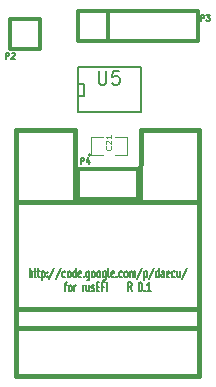
<source format=gto>
G04 (created by PCBNEW (2013-07-07 BZR 4022)-stable) date 28/05/2014 08:13:03*
%MOIN*%
G04 Gerber Fmt 3.4, Leading zero omitted, Abs format*
%FSLAX34Y34*%
G01*
G70*
G90*
G04 APERTURE LIST*
%ADD10C,0.00590551*%
%ADD11C,0.005*%
%ADD12C,0.012*%
%ADD13C,0.015*%
%ADD14C,0.0125*%
%ADD15C,0.0039*%
%ADD16C,0.006*%
%ADD17C,0.0043*%
G04 APERTURE END LIST*
G54D10*
G54D11*
X38640Y-32121D02*
X38640Y-31821D01*
X38726Y-32121D02*
X38726Y-31964D01*
X38716Y-31935D01*
X38697Y-31921D01*
X38669Y-31921D01*
X38650Y-31935D01*
X38640Y-31950D01*
X38792Y-31921D02*
X38869Y-31921D01*
X38821Y-31821D02*
X38821Y-32078D01*
X38830Y-32107D01*
X38850Y-32121D01*
X38869Y-32121D01*
X38907Y-31921D02*
X38983Y-31921D01*
X38935Y-31821D02*
X38935Y-32078D01*
X38945Y-32107D01*
X38964Y-32121D01*
X38983Y-32121D01*
X39050Y-31921D02*
X39050Y-32221D01*
X39050Y-31935D02*
X39069Y-31921D01*
X39107Y-31921D01*
X39126Y-31935D01*
X39135Y-31950D01*
X39145Y-31978D01*
X39145Y-32064D01*
X39135Y-32092D01*
X39126Y-32107D01*
X39107Y-32121D01*
X39069Y-32121D01*
X39050Y-32107D01*
X39230Y-32092D02*
X39240Y-32107D01*
X39230Y-32121D01*
X39221Y-32107D01*
X39230Y-32092D01*
X39230Y-32121D01*
X39230Y-31935D02*
X39240Y-31950D01*
X39230Y-31964D01*
X39221Y-31950D01*
X39230Y-31935D01*
X39230Y-31964D01*
X39469Y-31807D02*
X39297Y-32192D01*
X39678Y-31807D02*
X39507Y-32192D01*
X39830Y-32107D02*
X39811Y-32121D01*
X39773Y-32121D01*
X39754Y-32107D01*
X39745Y-32092D01*
X39735Y-32064D01*
X39735Y-31978D01*
X39745Y-31950D01*
X39754Y-31935D01*
X39773Y-31921D01*
X39811Y-31921D01*
X39830Y-31935D01*
X39945Y-32121D02*
X39926Y-32107D01*
X39916Y-32092D01*
X39907Y-32064D01*
X39907Y-31978D01*
X39916Y-31950D01*
X39926Y-31935D01*
X39945Y-31921D01*
X39973Y-31921D01*
X39992Y-31935D01*
X40002Y-31950D01*
X40011Y-31978D01*
X40011Y-32064D01*
X40002Y-32092D01*
X39992Y-32107D01*
X39973Y-32121D01*
X39945Y-32121D01*
X40183Y-32121D02*
X40183Y-31821D01*
X40183Y-32107D02*
X40164Y-32121D01*
X40126Y-32121D01*
X40107Y-32107D01*
X40097Y-32092D01*
X40088Y-32064D01*
X40088Y-31978D01*
X40097Y-31950D01*
X40107Y-31935D01*
X40126Y-31921D01*
X40164Y-31921D01*
X40183Y-31935D01*
X40354Y-32107D02*
X40335Y-32121D01*
X40297Y-32121D01*
X40278Y-32107D01*
X40269Y-32078D01*
X40269Y-31964D01*
X40278Y-31935D01*
X40297Y-31921D01*
X40335Y-31921D01*
X40354Y-31935D01*
X40364Y-31964D01*
X40364Y-31992D01*
X40269Y-32021D01*
X40450Y-32092D02*
X40459Y-32107D01*
X40450Y-32121D01*
X40440Y-32107D01*
X40450Y-32092D01*
X40450Y-32121D01*
X40630Y-31921D02*
X40630Y-32164D01*
X40621Y-32192D01*
X40611Y-32207D01*
X40592Y-32221D01*
X40564Y-32221D01*
X40545Y-32207D01*
X40630Y-32107D02*
X40611Y-32121D01*
X40573Y-32121D01*
X40554Y-32107D01*
X40545Y-32092D01*
X40535Y-32064D01*
X40535Y-31978D01*
X40545Y-31950D01*
X40554Y-31935D01*
X40573Y-31921D01*
X40611Y-31921D01*
X40630Y-31935D01*
X40754Y-32121D02*
X40735Y-32107D01*
X40726Y-32092D01*
X40716Y-32064D01*
X40716Y-31978D01*
X40726Y-31950D01*
X40735Y-31935D01*
X40754Y-31921D01*
X40783Y-31921D01*
X40802Y-31935D01*
X40811Y-31950D01*
X40821Y-31978D01*
X40821Y-32064D01*
X40811Y-32092D01*
X40802Y-32107D01*
X40783Y-32121D01*
X40754Y-32121D01*
X40935Y-32121D02*
X40916Y-32107D01*
X40907Y-32092D01*
X40897Y-32064D01*
X40897Y-31978D01*
X40907Y-31950D01*
X40916Y-31935D01*
X40935Y-31921D01*
X40964Y-31921D01*
X40983Y-31935D01*
X40992Y-31950D01*
X41002Y-31978D01*
X41002Y-32064D01*
X40992Y-32092D01*
X40983Y-32107D01*
X40964Y-32121D01*
X40935Y-32121D01*
X41173Y-31921D02*
X41173Y-32164D01*
X41164Y-32192D01*
X41154Y-32207D01*
X41135Y-32221D01*
X41107Y-32221D01*
X41088Y-32207D01*
X41173Y-32107D02*
X41154Y-32121D01*
X41116Y-32121D01*
X41097Y-32107D01*
X41088Y-32092D01*
X41078Y-32064D01*
X41078Y-31978D01*
X41088Y-31950D01*
X41097Y-31935D01*
X41116Y-31921D01*
X41154Y-31921D01*
X41173Y-31935D01*
X41297Y-32121D02*
X41278Y-32107D01*
X41269Y-32078D01*
X41269Y-31821D01*
X41450Y-32107D02*
X41430Y-32121D01*
X41392Y-32121D01*
X41373Y-32107D01*
X41364Y-32078D01*
X41364Y-31964D01*
X41373Y-31935D01*
X41392Y-31921D01*
X41430Y-31921D01*
X41450Y-31935D01*
X41459Y-31964D01*
X41459Y-31992D01*
X41364Y-32021D01*
X41545Y-32092D02*
X41554Y-32107D01*
X41545Y-32121D01*
X41535Y-32107D01*
X41545Y-32092D01*
X41545Y-32121D01*
X41726Y-32107D02*
X41707Y-32121D01*
X41669Y-32121D01*
X41650Y-32107D01*
X41640Y-32092D01*
X41630Y-32064D01*
X41630Y-31978D01*
X41640Y-31950D01*
X41650Y-31935D01*
X41669Y-31921D01*
X41707Y-31921D01*
X41726Y-31935D01*
X41840Y-32121D02*
X41821Y-32107D01*
X41811Y-32092D01*
X41802Y-32064D01*
X41802Y-31978D01*
X41811Y-31950D01*
X41821Y-31935D01*
X41840Y-31921D01*
X41869Y-31921D01*
X41888Y-31935D01*
X41897Y-31950D01*
X41907Y-31978D01*
X41907Y-32064D01*
X41897Y-32092D01*
X41888Y-32107D01*
X41869Y-32121D01*
X41840Y-32121D01*
X41992Y-32121D02*
X41992Y-31921D01*
X41992Y-31950D02*
X42002Y-31935D01*
X42021Y-31921D01*
X42050Y-31921D01*
X42069Y-31935D01*
X42078Y-31964D01*
X42078Y-32121D01*
X42078Y-31964D02*
X42088Y-31935D01*
X42107Y-31921D01*
X42135Y-31921D01*
X42154Y-31935D01*
X42164Y-31964D01*
X42164Y-32121D01*
X42402Y-31807D02*
X42230Y-32192D01*
X42469Y-31921D02*
X42469Y-32221D01*
X42469Y-31935D02*
X42488Y-31921D01*
X42526Y-31921D01*
X42545Y-31935D01*
X42554Y-31950D01*
X42564Y-31978D01*
X42564Y-32064D01*
X42554Y-32092D01*
X42545Y-32107D01*
X42526Y-32121D01*
X42488Y-32121D01*
X42469Y-32107D01*
X42792Y-31807D02*
X42621Y-32192D01*
X42945Y-32121D02*
X42945Y-31821D01*
X42945Y-32107D02*
X42926Y-32121D01*
X42888Y-32121D01*
X42869Y-32107D01*
X42859Y-32092D01*
X42850Y-32064D01*
X42850Y-31978D01*
X42859Y-31950D01*
X42869Y-31935D01*
X42888Y-31921D01*
X42926Y-31921D01*
X42945Y-31935D01*
X43126Y-32121D02*
X43126Y-31964D01*
X43116Y-31935D01*
X43097Y-31921D01*
X43059Y-31921D01*
X43040Y-31935D01*
X43126Y-32107D02*
X43107Y-32121D01*
X43059Y-32121D01*
X43040Y-32107D01*
X43030Y-32078D01*
X43030Y-32050D01*
X43040Y-32021D01*
X43059Y-32007D01*
X43107Y-32007D01*
X43126Y-31992D01*
X43297Y-32107D02*
X43278Y-32121D01*
X43240Y-32121D01*
X43221Y-32107D01*
X43211Y-32078D01*
X43211Y-31964D01*
X43221Y-31935D01*
X43240Y-31921D01*
X43278Y-31921D01*
X43297Y-31935D01*
X43307Y-31964D01*
X43307Y-31992D01*
X43211Y-32021D01*
X43478Y-32107D02*
X43459Y-32121D01*
X43421Y-32121D01*
X43402Y-32107D01*
X43392Y-32092D01*
X43383Y-32064D01*
X43383Y-31978D01*
X43392Y-31950D01*
X43402Y-31935D01*
X43421Y-31921D01*
X43459Y-31921D01*
X43478Y-31935D01*
X43650Y-31921D02*
X43650Y-32121D01*
X43564Y-31921D02*
X43564Y-32078D01*
X43573Y-32107D01*
X43592Y-32121D01*
X43621Y-32121D01*
X43640Y-32107D01*
X43650Y-32092D01*
X43888Y-31807D02*
X43716Y-32192D01*
X39807Y-32391D02*
X39883Y-32391D01*
X39835Y-32591D02*
X39835Y-32334D01*
X39845Y-32305D01*
X39864Y-32291D01*
X39883Y-32291D01*
X39978Y-32591D02*
X39959Y-32577D01*
X39949Y-32562D01*
X39940Y-32534D01*
X39940Y-32448D01*
X39949Y-32420D01*
X39959Y-32405D01*
X39978Y-32391D01*
X40007Y-32391D01*
X40026Y-32405D01*
X40035Y-32420D01*
X40045Y-32448D01*
X40045Y-32534D01*
X40035Y-32562D01*
X40026Y-32577D01*
X40007Y-32591D01*
X39978Y-32591D01*
X40130Y-32591D02*
X40130Y-32391D01*
X40130Y-32448D02*
X40140Y-32420D01*
X40149Y-32405D01*
X40169Y-32391D01*
X40188Y-32391D01*
X40407Y-32591D02*
X40407Y-32391D01*
X40407Y-32448D02*
X40416Y-32420D01*
X40426Y-32405D01*
X40445Y-32391D01*
X40464Y-32391D01*
X40616Y-32391D02*
X40616Y-32591D01*
X40530Y-32391D02*
X40530Y-32548D01*
X40540Y-32577D01*
X40559Y-32591D01*
X40588Y-32591D01*
X40607Y-32577D01*
X40616Y-32562D01*
X40702Y-32577D02*
X40721Y-32591D01*
X40759Y-32591D01*
X40778Y-32577D01*
X40788Y-32548D01*
X40788Y-32534D01*
X40778Y-32505D01*
X40759Y-32491D01*
X40730Y-32491D01*
X40711Y-32477D01*
X40702Y-32448D01*
X40702Y-32434D01*
X40711Y-32405D01*
X40730Y-32391D01*
X40759Y-32391D01*
X40778Y-32405D01*
X40873Y-32434D02*
X40940Y-32434D01*
X40969Y-32591D02*
X40873Y-32591D01*
X40873Y-32291D01*
X40969Y-32291D01*
X41121Y-32434D02*
X41054Y-32434D01*
X41054Y-32591D02*
X41054Y-32291D01*
X41149Y-32291D01*
X41226Y-32591D02*
X41226Y-32291D01*
X42045Y-32591D02*
X41978Y-32448D01*
X41930Y-32591D02*
X41930Y-32291D01*
X42007Y-32291D01*
X42026Y-32305D01*
X42035Y-32320D01*
X42045Y-32348D01*
X42045Y-32391D01*
X42035Y-32420D01*
X42026Y-32434D01*
X42007Y-32448D01*
X41930Y-32448D01*
X42321Y-32291D02*
X42340Y-32291D01*
X42359Y-32305D01*
X42369Y-32320D01*
X42378Y-32348D01*
X42388Y-32405D01*
X42388Y-32477D01*
X42378Y-32534D01*
X42369Y-32562D01*
X42359Y-32577D01*
X42340Y-32591D01*
X42321Y-32591D01*
X42302Y-32577D01*
X42292Y-32562D01*
X42283Y-32534D01*
X42273Y-32477D01*
X42273Y-32405D01*
X42283Y-32348D01*
X42292Y-32320D01*
X42302Y-32305D01*
X42321Y-32291D01*
X42473Y-32562D02*
X42483Y-32577D01*
X42473Y-32591D01*
X42464Y-32577D01*
X42473Y-32562D01*
X42473Y-32591D01*
X42673Y-32591D02*
X42559Y-32591D01*
X42616Y-32591D02*
X42616Y-32291D01*
X42597Y-32334D01*
X42578Y-32362D01*
X42559Y-32377D01*
G54D12*
X40064Y-33167D02*
X40521Y-33167D01*
G54D11*
X40241Y-26565D02*
X40241Y-26615D01*
X40241Y-26615D02*
X42341Y-26615D01*
X42341Y-25115D02*
X40241Y-25115D01*
X40241Y-25115D02*
X40241Y-26565D01*
X40241Y-25665D02*
X40441Y-25665D01*
X40441Y-25665D02*
X40441Y-26065D01*
X40441Y-26065D02*
X40241Y-26065D01*
X42341Y-25115D02*
X42341Y-26615D01*
G54D13*
X38199Y-29630D02*
X38199Y-27208D01*
X38199Y-27208D02*
X40167Y-27208D01*
X40167Y-27208D02*
X40167Y-29610D01*
X42333Y-29610D02*
X42352Y-27208D01*
X42352Y-27208D02*
X44301Y-27208D01*
X44301Y-27208D02*
X44301Y-29610D01*
X38199Y-33193D02*
X44301Y-33193D01*
X44301Y-33822D02*
X38199Y-33822D01*
X44301Y-29610D02*
X44301Y-35397D01*
X38199Y-29610D02*
X44301Y-29610D01*
X38199Y-35397D02*
X38199Y-29610D01*
X44301Y-35397D02*
X38199Y-35397D01*
G54D12*
X40250Y-23250D02*
X40250Y-23250D01*
X40250Y-24250D02*
X40250Y-23250D01*
X40250Y-23250D02*
X40250Y-23250D01*
X40250Y-23250D02*
X44250Y-23250D01*
X44250Y-23250D02*
X44250Y-24250D01*
X44250Y-24250D02*
X40250Y-24250D01*
X41250Y-24250D02*
X41250Y-23250D01*
G54D14*
X39000Y-23500D02*
X38000Y-23500D01*
X39000Y-24500D02*
X38000Y-24500D01*
G54D12*
X39000Y-23500D02*
X39000Y-24500D01*
X38000Y-24500D02*
X38000Y-23500D01*
X42250Y-28500D02*
X42250Y-29500D01*
X42250Y-29500D02*
X40250Y-29500D01*
X40250Y-29500D02*
X40250Y-28500D01*
X40250Y-28500D02*
X42250Y-28500D01*
G54D15*
X40691Y-28054D02*
G75*
G03X40691Y-28054I-50J0D01*
G74*
G01*
X41091Y-28054D02*
X40691Y-28054D01*
X40691Y-28054D02*
X40691Y-27454D01*
X40691Y-27454D02*
X41091Y-27454D01*
X41491Y-27454D02*
X41891Y-27454D01*
X41891Y-27454D02*
X41891Y-28054D01*
X41891Y-28054D02*
X41491Y-28054D01*
G54D16*
X40948Y-25247D02*
X40948Y-25611D01*
X40969Y-25654D01*
X40991Y-25675D01*
X41033Y-25697D01*
X41119Y-25697D01*
X41162Y-25675D01*
X41183Y-25654D01*
X41205Y-25611D01*
X41205Y-25247D01*
X41633Y-25247D02*
X41419Y-25247D01*
X41398Y-25461D01*
X41419Y-25440D01*
X41462Y-25418D01*
X41569Y-25418D01*
X41612Y-25440D01*
X41633Y-25461D01*
X41655Y-25504D01*
X41655Y-25611D01*
X41633Y-25654D01*
X41612Y-25675D01*
X41569Y-25697D01*
X41462Y-25697D01*
X41419Y-25675D01*
X41398Y-25654D01*
G54D11*
X44352Y-23580D02*
X44352Y-23380D01*
X44428Y-23380D01*
X44447Y-23390D01*
X44457Y-23400D01*
X44466Y-23419D01*
X44466Y-23447D01*
X44457Y-23466D01*
X44447Y-23476D01*
X44428Y-23485D01*
X44352Y-23485D01*
X44533Y-23380D02*
X44657Y-23380D01*
X44590Y-23457D01*
X44619Y-23457D01*
X44638Y-23466D01*
X44647Y-23476D01*
X44657Y-23495D01*
X44657Y-23542D01*
X44647Y-23561D01*
X44638Y-23571D01*
X44619Y-23580D01*
X44561Y-23580D01*
X44542Y-23571D01*
X44533Y-23561D01*
X37852Y-24830D02*
X37852Y-24630D01*
X37928Y-24630D01*
X37947Y-24640D01*
X37957Y-24650D01*
X37966Y-24669D01*
X37966Y-24697D01*
X37957Y-24716D01*
X37947Y-24726D01*
X37928Y-24735D01*
X37852Y-24735D01*
X38042Y-24650D02*
X38052Y-24640D01*
X38071Y-24630D01*
X38119Y-24630D01*
X38138Y-24640D01*
X38147Y-24650D01*
X38157Y-24669D01*
X38157Y-24688D01*
X38147Y-24716D01*
X38033Y-24830D01*
X38157Y-24830D01*
X40352Y-28330D02*
X40352Y-28130D01*
X40428Y-28130D01*
X40447Y-28140D01*
X40457Y-28150D01*
X40466Y-28169D01*
X40466Y-28197D01*
X40457Y-28216D01*
X40447Y-28226D01*
X40428Y-28235D01*
X40352Y-28235D01*
X40638Y-28197D02*
X40638Y-28330D01*
X40590Y-28121D02*
X40542Y-28264D01*
X40666Y-28264D01*
G54D17*
X41351Y-27755D02*
X41361Y-27765D01*
X41370Y-27793D01*
X41370Y-27811D01*
X41361Y-27840D01*
X41342Y-27858D01*
X41323Y-27868D01*
X41286Y-27877D01*
X41258Y-27877D01*
X41220Y-27868D01*
X41201Y-27858D01*
X41183Y-27840D01*
X41173Y-27811D01*
X41173Y-27793D01*
X41183Y-27765D01*
X41192Y-27755D01*
X41192Y-27680D02*
X41183Y-27671D01*
X41173Y-27652D01*
X41173Y-27605D01*
X41183Y-27586D01*
X41192Y-27577D01*
X41211Y-27568D01*
X41230Y-27568D01*
X41258Y-27577D01*
X41370Y-27689D01*
X41370Y-27568D01*
X41370Y-27380D02*
X41370Y-27492D01*
X41370Y-27436D02*
X41173Y-27436D01*
X41201Y-27455D01*
X41220Y-27474D01*
X41230Y-27492D01*
M02*

</source>
